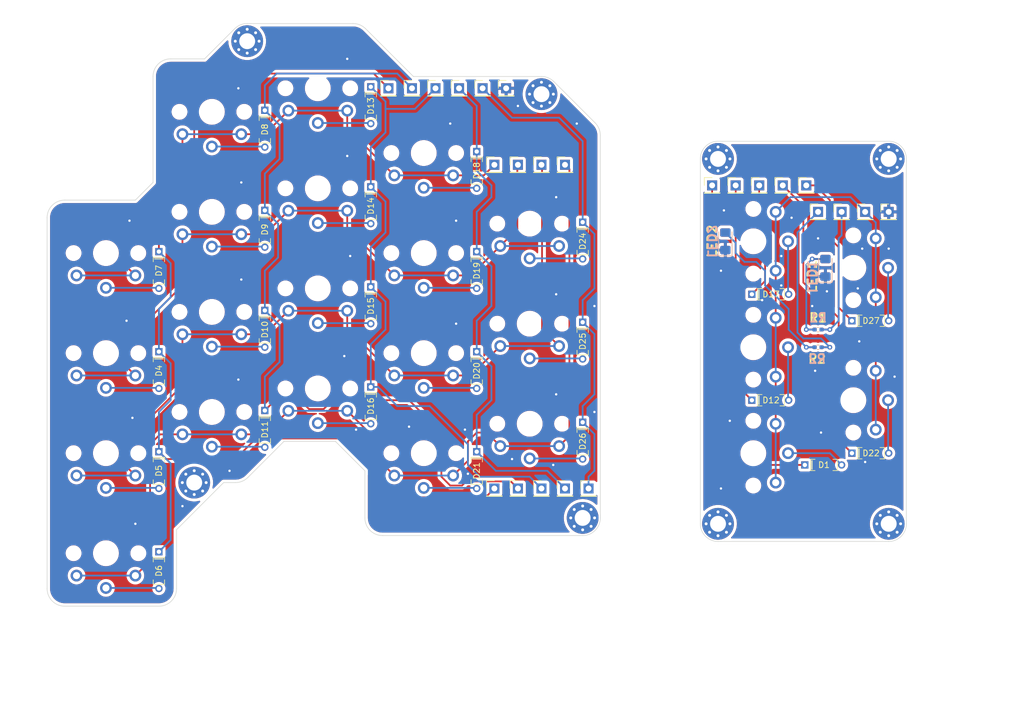
<source format=kicad_pcb>
(kicad_pcb (version 20211014) (generator pcbnew)

  (general
    (thickness 1.6)
  )

  (paper "A4")
  (layers
    (0 "F.Cu" signal)
    (31 "B.Cu" signal)
    (32 "B.Adhes" user "B.Adhesive")
    (33 "F.Adhes" user "F.Adhesive")
    (34 "B.Paste" user)
    (35 "F.Paste" user)
    (36 "B.SilkS" user "B.Silkscreen")
    (37 "F.SilkS" user "F.Silkscreen")
    (38 "B.Mask" user)
    (39 "F.Mask" user)
    (40 "Dwgs.User" user "User.Drawings")
    (41 "Cmts.User" user "User.Comments")
    (42 "Eco1.User" user "User.Eco1")
    (43 "Eco2.User" user "User.Eco2")
    (44 "Edge.Cuts" user)
    (45 "Margin" user)
    (46 "B.CrtYd" user "B.Courtyard")
    (47 "F.CrtYd" user "F.Courtyard")
    (48 "B.Fab" user)
    (49 "F.Fab" user)
    (50 "User.1" user)
    (51 "User.2" user)
    (52 "User.3" user)
    (53 "User.4" user)
    (54 "User.5" user)
    (55 "User.6" user)
    (56 "User.7" user)
    (57 "User.8" user)
    (58 "User.9" user)
  )

  (setup
    (stackup
      (layer "F.SilkS" (type "Top Silk Screen"))
      (layer "F.Paste" (type "Top Solder Paste"))
      (layer "F.Mask" (type "Top Solder Mask") (thickness 0.01))
      (layer "F.Cu" (type "copper") (thickness 0.035))
      (layer "dielectric 1" (type "core") (thickness 1.51) (material "FR4") (epsilon_r 4.5) (loss_tangent 0.02))
      (layer "B.Cu" (type "copper") (thickness 0.035))
      (layer "B.Mask" (type "Bottom Solder Mask") (thickness 0.01))
      (layer "B.Paste" (type "Bottom Solder Paste"))
      (layer "B.SilkS" (type "Bottom Silk Screen"))
      (copper_finish "None")
      (dielectric_constraints no)
    )
    (pad_to_mask_clearance 0)
    (pcbplotparams
      (layerselection 0x00010fc_ffffffff)
      (disableapertmacros false)
      (usegerberextensions false)
      (usegerberattributes true)
      (usegerberadvancedattributes true)
      (creategerberjobfile true)
      (svguseinch false)
      (svgprecision 6)
      (excludeedgelayer true)
      (plotframeref false)
      (viasonmask false)
      (mode 1)
      (useauxorigin false)
      (hpglpennumber 1)
      (hpglpenspeed 20)
      (hpglpendiameter 15.000000)
      (dxfpolygonmode true)
      (dxfimperialunits true)
      (dxfusepcbnewfont true)
      (psnegative false)
      (psa4output false)
      (plotreference true)
      (plotvalue true)
      (plotinvisibletext false)
      (sketchpadsonfab false)
      (subtractmaskfromsilk false)
      (outputformat 1)
      (mirror false)
      (drillshape 1)
      (scaleselection 1)
      (outputdirectory "")
    )
  )

  (net 0 "")
  (net 1 "GND")
  (net 2 "/LED1")
  (net 3 "Net-(D1-Pad2)")
  (net 4 "/LED2")
  (net 5 "/5")
  (net 6 "Net-(D4-Pad2)")
  (net 7 "Net-(D5-Pad2)")
  (net 8 "Net-(D6-Pad2)")
  (net 9 "/4")
  (net 10 "Net-(D8-Pad2)")
  (net 11 "Net-(D9-Pad2)")
  (net 12 "Net-(D10-Pad2)")
  (net 13 "Net-(D11-Pad2)")
  (net 14 "Net-(D12-Pad2)")
  (net 15 "/3")
  (net 16 "Net-(D13-Pad2)")
  (net 17 "Net-(D14-Pad2)")
  (net 18 "Net-(D15-Pad2)")
  (net 19 "Net-(D16-Pad2)")
  (net 20 "Net-(D17-Pad2)")
  (net 21 "/2")
  (net 22 "Net-(D18-Pad2)")
  (net 23 "Net-(D19-Pad2)")
  (net 24 "Net-(D20-Pad2)")
  (net 25 "Net-(D21-Pad2)")
  (net 26 "Net-(D22-Pad2)")
  (net 27 "/1")
  (net 28 "Net-(D24-Pad2)")
  (net 29 "Net-(D25-Pad2)")
  (net 30 "Net-(D26-Pad2)")
  (net 31 "Net-(D27-Pad2)")
  (net 32 "Net-(D2-Pad2)")
  (net 33 "Net-(D3-Pad2)")
  (net 34 "Net-(D7-Pad2)")
  (net 35 "/B")
  (net 36 "/C")
  (net 37 "/D")
  (net 38 "/A")
  (net 39 "/E")

  (footprint "1N4148:DIOAD829W49L456D191" (layer "F.Cu") (at 101 41 -90))

  (footprint "LED_SMD:LED_1206_3216Metric_Pad1.42x1.75mm_HandSolder" (layer "F.Cu") (at 196.25 64.5 90))

  (footprint "1N4148:DIOAD829W49L456D191" (layer "F.Cu") (at 187 69))

  (footprint "mbk:Choc-1u-solder-flip" (layer "F.Cu") (at 184 60 90))

  (footprint "MountingHole:MountingHole_2.7mm_M2.5_Pad_Via" (layer "F.Cu") (at 155 107))

  (footprint "Connector_PinHeader_2.54mm:PinHeader_1x01_P2.54mm_Vertical" (layer "F.Cu") (at 152 102))

  (footprint "mbk:Choc-1u-solder-flip" (layer "F.Cu") (at 74 96))

  (footprint "1N4148:DIOAD829W49L456D191" (layer "F.Cu") (at 83 116 -90))

  (footprint "mbk:Choc-1u-solder-flip" (layer "F.Cu") (at 184 96 90))

  (footprint "Connector_PinHeader_2.54mm:PinHeader_1x01_P2.54mm_Vertical" (layer "F.Cu") (at 142 34))

  (footprint "mbk:Choc-1u-solder-flip" (layer "F.Cu") (at 128 62))

  (footprint "Connector_PinHeader_2.54mm:PinHeader_1x01_P2.54mm_Vertical" (layer "F.Cu") (at 122 34))

  (footprint "mbk:Choc-1u-solder-flip" (layer "F.Cu") (at 201 64.5 90))

  (footprint "MountingHole:MountingHole_2.7mm_M2.5_Pad_Via" (layer "F.Cu") (at 178 108))

  (footprint "Connector_PinHeader_2.54mm:PinHeader_1x01_P2.54mm_Vertical" (layer "F.Cu") (at 144 47))

  (footprint "mbk:Choc-1u-solder-flip" (layer "F.Cu") (at 92 89))

  (footprint "mbk:Choc-1u-solder-flip" (layer "F.Cu") (at 146 74))

  (footprint "mbk:Choc-1u-solder-flip" (layer "F.Cu") (at 128 45))

  (footprint "Resistor_SMD:R_0402_1005Metric_Pad0.72x0.64mm_HandSolder" (layer "F.Cu") (at 195 75))

  (footprint "1N4148:DIOAD829W49L456D191" (layer "F.Cu") (at 101 92 -90))

  (footprint "mbk:Choc-1u-solder-flip" (layer "F.Cu") (at 184 78 90))

  (footprint "Connector_PinHeader_2.54mm:PinHeader_1x01_P2.54mm_Vertical" (layer "F.Cu") (at 203 55))

  (footprint "mbk:Choc-1u-solder-flip" (layer "F.Cu") (at 128 79))

  (footprint "mbk:Choc-1u-solder-flip" (layer "F.Cu") (at 128 96))

  (footprint "1N4148:DIOAD829W49L456D191" (layer "F.Cu") (at 137 65 -90))

  (footprint "MountingHole:MountingHole_2.7mm_M2.5_Pad_Via" (layer "F.Cu") (at 148 35))

  (footprint "1N4148:DIOAD829W49L456D191" (layer "F.Cu") (at 119 71 -90))

  (footprint "mbk:Choc-1u-solder-flip" (layer "F.Cu") (at 92 55))

  (footprint "Connector_PinHeader_2.54mm:PinHeader_1x01_P2.54mm_Vertical" (layer "F.Cu") (at 181 50.5))

  (footprint "1N4148:DIOAD829W49L456D191" (layer "F.Cu") (at 101 75 -90))

  (footprint "Resistor_SMD:R_0402_1005Metric_Pad0.72x0.64mm_HandSolder" (layer "F.Cu") (at 195 78))

  (footprint "Connector_PinHeader_2.54mm:PinHeader_1x01_P2.54mm_Vertical" (layer "F.Cu") (at 156 102))

  (footprint "1N4148:DIOAD829W49L456D191" (layer "F.Cu") (at 119 88 -90))

  (footprint "Connector_PinHeader_2.54mm:PinHeader_1x01_P2.54mm_Vertical" (layer "F.Cu") (at 207 55))

  (footprint "mbk:Choc-1u-solder-flip" (layer "F.Cu") (at 74 62))

  (footprint "Connector_PinHeader_2.54mm:PinHeader_1x01_P2.54mm_Vertical" (layer "F.Cu") (at 140 47))

  (footprint "Connector_PinHeader_2.54mm:PinHeader_1x01_P2.54mm_Vertical" (layer "F.Cu") (at 185 50.5))

  (footprint "Connector_PinHeader_2.54mm:PinHeader_1x01_P2.54mm_Vertical" (layer "F.Cu") (at 148 47))

  (footprint "MountingHole:MountingHole_2.7mm_M2.5_Pad_Via" (layer "F.Cu") (at 89 101))

  (footprint "Connector_PinHeader_2.54mm:PinHeader_1x01_P2.54mm_Vertical" (layer "F.Cu") (at 177 50.5))

  (footprint "1N4148:DIOAD829W49L456D191" (layer "F.Cu") (at 101 58 -90))

  (footprint "Connector_PinHeader_2.54mm:PinHeader_1x01_P2.54mm_Vertical" (layer "F.Cu") (at 144 102))

  (footprint "Connector_PinHeader_2.54mm:PinHeader_1x01_P2.54mm_Vertical" (layer "F.Cu") (at 152 47))

  (footprint "LED_SMD:LED_1206_3216Metric_Pad1.42x1.75mm_HandSolder" (layer "F.Cu") (at 179.25 60 90))

  (footprint "Connector_PinHeader_2.54mm:PinHeader_1x01_P2.54mm_Vertical" (layer "F.Cu") (at 195 55))

  (footprint "MountingHole:MountingHole_2.7mm_M2.5_Pad_Via" (layer "F.Cu") (at 98 26))

  (footprint "Connector_PinHeader_2.54mm:PinHeader_1x01_P2.54mm_Vertical" (layer "F.Cu") (at 134 34))

  (footprint "1N4148:DIOAD829W49L456D191" (layer "F.Cu") (at 155 60 -90))

  (footprint "1N4148:DIOAD829W49L456D191" (layer "F.Cu") (at 155 94 -90))

  (footprint "1N4148:DIOAD829W49L456D191" (layer "F.Cu")
    (tedit 6235BD20) (tstamp 8c667307-63a4-4879-8357-e08cf08e160b)
    (at 119 37 -90)
    (property "Sheetfile" "matrix.kicad_sch")
    (property "Sheetname" "matrix")
    (path "/d50b0a40-1202-42dd-99f0-7359331afb7e/6d1426b3-6f1e-42be-8200-cff21d7e1cc0")
    (attr through_hole)
    (fp_text reference "D13" (at 0 0 90) (layer "F.SilkS")
      (effects (font (size 1.000102 1.000102) (thickness 0.15)))
      (tstamp 3b5ed590-b0e9-47a0-a400-b8e38fff7745)
    )
    (fp_text value "~" (at 0 2 90) (layer "F.Fab")
      (effects (font (size 1.001921 1.001921) (thickness 0.15)))
      (tstamp 287f7da6-de64-4ec0-a599-899cf74a1759)
    )
    (fp_line (start -2.28 -0.96) (end -1.52 -0.96) (layer "F.SilkS") (width 0.127) (tstamp 157ef9f3-92bf-49a8-b77c-fe374d0e7fa2))
    (fp_line (start 1.52 -0.96) (end 2.28 -0.96) (layer "F.SilkS") (width 0.127) (tstamp 3afd93fa-b855-48d2-9127-1d97f836c9bd))
    (fp_line (start -2 -0.75) (end -2 0.75) (layer "F.SilkS") (width 0.12) (tstamp 52b96225-66c5-47ef-8fbd-b86ee0c1f942))
    (fp_line (start -2.28 -0.96) (end -2.28 0) (layer "F.SilkS") (width 0.127) (tstamp 57709cd0-749c-4c54-8a71-85ab58c34046))
    (fp_line (start -2.28 0.96) (end -1.52 0.96) (layer "F.SilkS") (width 0.127) (tstamp 65cafee9-6574-4f2b-84d5-212020292be8))
    (fp_line (start -2.28 0) (end -2.28 0.95) (layer "F.SilkS") (width 0.127) (tstamp 955bbe05-ed18-40da-87ec-c87341f70679))
    (fp_line (start 2.28 0) (end 2.28 0.96) (layer "F.SilkS") (width 0.127) (tstamp c504d411-437e-4173-bedc-02c93310f80c))
    (fp_line (start 1.52 0.96) (end 2.28 0.96) (layer "F.SilkS") (width 0.127) (tstamp dd53778c-c930-490b-8a39-4d3ae83a03a4))
    (fp_line (start 2.28 -0.95) (end 2.28 0) (layer "F.SilkS") (width 0.127) (tstamp f51f675e-aa78-4af4-a50e-7af028b20e92))
    (fp_line (start 3.75 -0.815) (end 2.53 -0.815) (layer "F.CrtYd") (width 0.05) (tstamp 024ef043-2423-4c6c-9dfb-5c62dda125e8))
    (fp_line (start -2.53 -1) (end -2.53 -0.815) (layer "F.CrtYd") (width 0.05) (tstamp 03ad3818-d129-414a-82aa-87e51ac598cd))
    (fp_line (start 2.53 1) (end -2.53 1) (layer "F.CrtYd") (width 0.05) (tstamp 277f2f43-d16f-4941-a1a8-e8fed7f7af16))
    (fp_line (start -2.53 0.815) (end -4 0.815) (layer "F.CrtYd") (width 0.05) (tstamp 4171d9a3-aa28-4ace-b085-2069409e4f78))
    (fp_line (start 3.75 -0.815) (end 3.75 0.815) (layer "F.CrtYd") (width 0.05) (tstamp 4b741615-1e58-43f2-ae88-fc12d4c459c2))
    (fp_line (start -2.53 -1) (end 2.53 -1) (layer "F.CrtYd") (width 0.05) (tstamp 5ed0037b-0470-4731-8d7b-fdc1b206af39))
    (fp_line (start -2.53 -0.815) (end -4 -0.815) (layer "F.CrtYd") (width 0.05) (tstamp 6391c19f-bec7-465c-aa9a-c2747a7c57a0))
    (fp_line (start -2.53 1) (end -2.53 0.815) (layer "F.CrtYd") (width 0.05) (tstamp 74e1554b-5e3a-42f1-b1d3-a635d47c00e0))
    (fp_line (start 2.53 1) (end 2.53 0.815) (layer "F.CrtYd") (width 0.05) (tstamp b6005ae0-720c-4232-b76f-7502a80693fd))
    (fp_line (start -4 -0.815) (end -4 0.815) (layer "F.CrtYd") (width 0.05) (tstamp bb7a1835-6997-4ebb-adae-b3920b5cdc32))
    (fp_line (start 2.53 -1) (end 2.53 -0.815) (layer "F.CrtYd") (width 0.05) (tstamp e5dd69ff-aba2-4539-a55b-8d92282ef72b))
    (fp_line (start 3.75 0.815) (end 2.53 0.815) (layer "F.CrtYd") (width 0.05) (tstamp f5483efc-ee7d-4d1d-b7d7-8c6c226fa688))
    (fp_line (start 2.28 -0.96) (end 2.28 0) (layer "F.Fab") (width 0.127) (tstamp 0d541825-640b-41f8-9cc0-e72f6eee2153))
    (fp_line (start 2.28 0) (end 2.28 0.96) (layer "F.Fab") (width 0.127) (tstamp 65b12411-18d5-4064-a54a-467de50457e8))
    (fp_line (start 2.28 0) (end 3.581 0) (layer "F.Fab") (width 0.127) (tstamp 83103149-b837-416c-99f8-5f464ccf7d34))
    (fp_line (start -3.581 0) (end -2.28 0) (layer "F.Fab") (width 0.127) (tstamp 8b771b2d-0c5b-45df-8812-a13ffa593f7b))
    (fp_line (start -2.28 -0.96) (end -2.28 0) (layer "F.Fab") (width 0.127) (tstamp 918ccaac-0bc8-4cb1-bc1f-407c997cea68))
    (fp_line (start -2.28 0.96) (end 2.28 0.96) (layer "F.Fab") (width 0.127) (tstamp 9d49c84e-8637-430f-b1d1-d9bf89eb6484))
    (fp_line (start -2.28 -0.96) (end 2.28 -0.96) (layer "F.Fab") (width 0.127) (tstamp e6da6b6c-edd3-4f13-bdeb-bb61a13573d9))
    (fp_line (start -2.28 0) (end -2.28 0.96) (layer "F.Fab") (width 0.127) (tstamp edbb7a54-01f5-465c-9a3a-086719c06c13))
    (fp_line (start -2 -0.75) (end -2 0.75) (layer "F.Fab") (width 0.1) (tstamp f156b6ae-44f0-4b47-a57d-d1a762fa8e33))
    (pad "1" thru_hole rect (at -3.25 0 270) (size 1.238 1.238) (drill 0.73) (layers *.Cu *.Mask)
      (net 15 "/3") (pinfunction "K") (pintype "passive") (tstamp 7c3dc846-5b3e-443e-80df-06dda7017fb3))
    (pad "2" thru_hole circle (at 3 0 270) (size 1.238 1.238) (drill 0.73) (layers *.Cu *.Mask)
      (net 16 "Net-(D13-Pad2)") (pinfunction "A") (pintype "passive") (tstamp dffe9b00-9e9e-40b1-a397-50
... [1829406 chars truncated]
</source>
